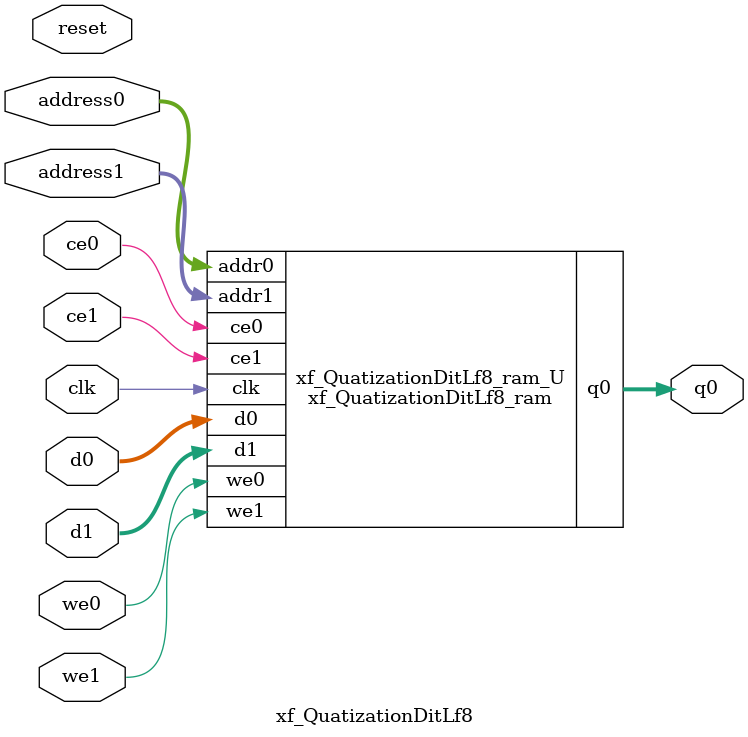
<source format=v>
`timescale 1 ns / 1 ps
module xf_QuatizationDitLf8_ram (addr0, ce0, d0, we0, q0, addr1, ce1, d1, we1,  clk);

parameter DWIDTH = 10;
parameter AWIDTH = 10;
parameter MEM_SIZE = 960;

input[AWIDTH-1:0] addr0;
input ce0;
input[DWIDTH-1:0] d0;
input we0;
output reg[DWIDTH-1:0] q0;
input[AWIDTH-1:0] addr1;
input ce1;
input[DWIDTH-1:0] d1;
input we1;
input clk;

(* ram_style = "block" *)reg [DWIDTH-1:0] ram[0:MEM_SIZE-1];




always @(posedge clk)  
begin 
    if (ce0) begin
        if (we0) 
            ram[addr0] <= d0; 
        q0 <= ram[addr0];
    end
end


always @(posedge clk)  
begin 
    if (ce1) begin
        if (we1) 
            ram[addr1] <= d1; 
    end
end


endmodule

`timescale 1 ns / 1 ps
module xf_QuatizationDitLf8(
    reset,
    clk,
    address0,
    ce0,
    we0,
    d0,
    q0,
    address1,
    ce1,
    we1,
    d1);

parameter DataWidth = 32'd10;
parameter AddressRange = 32'd960;
parameter AddressWidth = 32'd10;
input reset;
input clk;
input[AddressWidth - 1:0] address0;
input ce0;
input we0;
input[DataWidth - 1:0] d0;
output[DataWidth - 1:0] q0;
input[AddressWidth - 1:0] address1;
input ce1;
input we1;
input[DataWidth - 1:0] d1;



xf_QuatizationDitLf8_ram xf_QuatizationDitLf8_ram_U(
    .clk( clk ),
    .addr0( address0 ),
    .ce0( ce0 ),
    .we0( we0 ),
    .d0( d0 ),
    .q0( q0 ),
    .addr1( address1 ),
    .ce1( ce1 ),
    .we1( we1 ),
    .d1( d1 ));

endmodule


</source>
